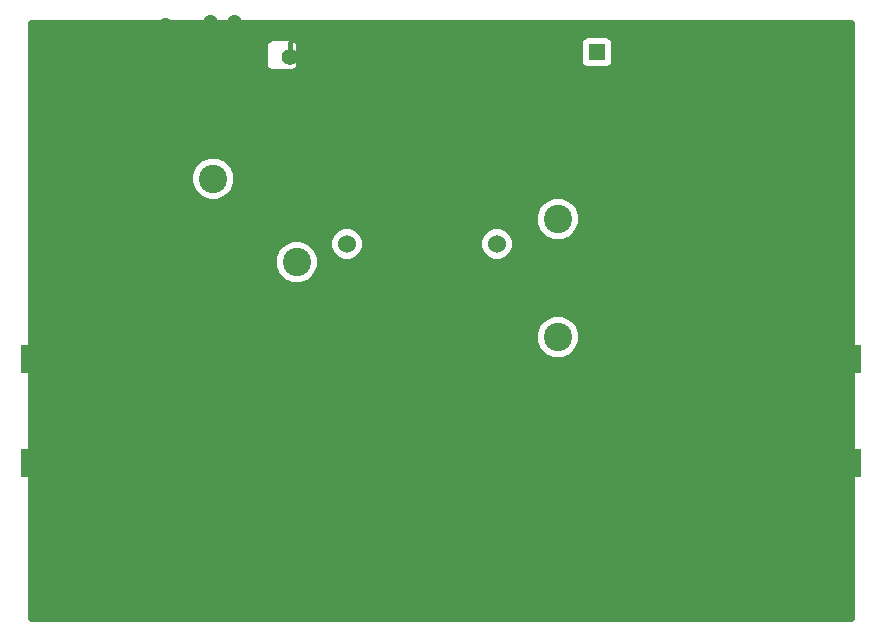
<source format=gbl>
%FSLAX34Y34*%
G04 Gerber Fmt 3.4, Leading zero omitted, Abs format*
G04 (created by PCBNEW (2014-03-13 BZR 4745)-product) date Fri Apr 11 13:45:18 2014*
%MOIN*%
G01*
G70*
G90*
G04 APERTURE LIST*
%ADD10C,0.005906*%
%ADD11R,0.200787X0.094488*%
%ADD12C,0.060000*%
%ADD13C,0.094488*%
%ADD14R,0.055000X0.055000*%
%ADD15C,0.055000*%
%ADD16R,0.137800X0.137800*%
%ADD17C,0.035000*%
%ADD18C,0.050000*%
%ADD19C,0.039370*%
%ADD20C,0.062992*%
%ADD21C,0.015748*%
%ADD22C,0.019685*%
G04 APERTURE END LIST*
G54D10*
G54D11*
X64500Y-33982D03*
X64500Y-30517D03*
X38500Y-33982D03*
X38500Y-30517D03*
G54D12*
X53365Y-26685D03*
X48365Y-26685D03*
G54D13*
X46691Y-27291D03*
X43908Y-24508D03*
X55395Y-29798D03*
X55395Y-25861D03*
G54D14*
X56700Y-20300D03*
G54D15*
X57700Y-20300D03*
G54D16*
X52200Y-23041D03*
X52200Y-20679D03*
X50350Y-21860D03*
G54D14*
X46450Y-22450D03*
G54D15*
X46450Y-21450D03*
X46450Y-20450D03*
G54D14*
X48550Y-22450D03*
G54D15*
X48550Y-21450D03*
X48550Y-20450D03*
G54D17*
X44600Y-19300D03*
X43800Y-19300D03*
X42300Y-19400D03*
X39300Y-23900D03*
X40250Y-30500D03*
X63000Y-34000D03*
X63000Y-30500D03*
X57100Y-21800D03*
X58000Y-21700D03*
X59000Y-21700D03*
X63100Y-20400D03*
X40250Y-34000D03*
G54D18*
X44580Y-19785D02*
X44580Y-19320D01*
X44580Y-19320D02*
X44600Y-19300D01*
X43800Y-19785D02*
X43800Y-19300D01*
X42930Y-19545D02*
X42445Y-19545D01*
X42445Y-19545D02*
X42300Y-19400D01*
G54D19*
X38500Y-30517D02*
X40232Y-30517D01*
X40232Y-30517D02*
X40250Y-30500D01*
X38500Y-33982D02*
X40232Y-33982D01*
X40232Y-33982D02*
X40250Y-34000D01*
X64500Y-33982D02*
X63017Y-33982D01*
X63017Y-33982D02*
X63000Y-34000D01*
X64500Y-30517D02*
X63017Y-30517D01*
X63017Y-30517D02*
X63000Y-30500D01*
G54D20*
X40232Y-33982D02*
X40250Y-34000D01*
G54D21*
X46450Y-20450D02*
X46450Y-19975D01*
X48550Y-20000D02*
X48500Y-19950D01*
X48550Y-20450D02*
X48550Y-20000D01*
G54D10*
G36*
X65185Y-39185D02*
X57270Y-39185D01*
X57270Y-20633D01*
X57270Y-20516D01*
X57270Y-19966D01*
X57225Y-19857D01*
X57142Y-19774D01*
X57033Y-19729D01*
X56916Y-19729D01*
X56366Y-19729D01*
X56257Y-19774D01*
X56174Y-19857D01*
X56129Y-19966D01*
X56129Y-20083D01*
X56129Y-20633D01*
X56174Y-20742D01*
X56257Y-20825D01*
X56366Y-20870D01*
X56483Y-20870D01*
X57033Y-20870D01*
X57142Y-20825D01*
X57225Y-20742D01*
X57270Y-20633D01*
X57270Y-39185D01*
X56162Y-39185D01*
X56162Y-29646D01*
X56162Y-25709D01*
X56046Y-25427D01*
X55830Y-25211D01*
X55548Y-25093D01*
X55242Y-25093D01*
X54960Y-25210D01*
X54744Y-25426D01*
X54627Y-25708D01*
X54627Y-26013D01*
X54743Y-26295D01*
X54959Y-26511D01*
X55241Y-26629D01*
X55547Y-26629D01*
X55829Y-26512D01*
X56045Y-26296D01*
X56162Y-26014D01*
X56162Y-25709D01*
X56162Y-29646D01*
X56046Y-29364D01*
X55830Y-29148D01*
X55548Y-29030D01*
X55242Y-29030D01*
X54960Y-29147D01*
X54744Y-29363D01*
X54627Y-29645D01*
X54627Y-29950D01*
X54743Y-30232D01*
X54959Y-30448D01*
X55241Y-30566D01*
X55547Y-30566D01*
X55829Y-30449D01*
X56045Y-30233D01*
X56162Y-29951D01*
X56162Y-29646D01*
X56162Y-39185D01*
X53960Y-39185D01*
X53960Y-26567D01*
X53869Y-26348D01*
X53702Y-26180D01*
X53483Y-26089D01*
X53247Y-26089D01*
X53028Y-26180D01*
X52860Y-26347D01*
X52769Y-26566D01*
X52769Y-26802D01*
X52860Y-27021D01*
X53027Y-27189D01*
X53246Y-27280D01*
X53482Y-27280D01*
X53701Y-27189D01*
X53869Y-27022D01*
X53960Y-26803D01*
X53960Y-26567D01*
X53960Y-39185D01*
X48960Y-39185D01*
X48960Y-26567D01*
X48869Y-26348D01*
X48702Y-26180D01*
X48483Y-26089D01*
X48247Y-26089D01*
X48028Y-26180D01*
X47860Y-26347D01*
X47769Y-26566D01*
X47769Y-26802D01*
X47860Y-27021D01*
X48027Y-27189D01*
X48246Y-27280D01*
X48482Y-27280D01*
X48701Y-27189D01*
X48869Y-27022D01*
X48960Y-26803D01*
X48960Y-26567D01*
X48960Y-39185D01*
X47459Y-39185D01*
X47459Y-27139D01*
X47343Y-26857D01*
X47127Y-26641D01*
X46845Y-26524D01*
X46770Y-26524D01*
X46770Y-20733D01*
X46770Y-20616D01*
X46770Y-20066D01*
X46725Y-19957D01*
X46642Y-19874D01*
X46533Y-19829D01*
X46416Y-19829D01*
X45866Y-19829D01*
X45757Y-19874D01*
X45674Y-19957D01*
X45629Y-20066D01*
X45629Y-20183D01*
X45629Y-20733D01*
X45674Y-20842D01*
X45757Y-20925D01*
X45866Y-20970D01*
X45983Y-20970D01*
X46533Y-20970D01*
X46642Y-20925D01*
X46725Y-20842D01*
X46770Y-20733D01*
X46770Y-26524D01*
X46539Y-26524D01*
X46257Y-26640D01*
X46041Y-26856D01*
X45924Y-27138D01*
X45924Y-27443D01*
X46040Y-27726D01*
X46256Y-27942D01*
X46538Y-28059D01*
X46843Y-28059D01*
X47126Y-27943D01*
X47342Y-27727D01*
X47459Y-27445D01*
X47459Y-27139D01*
X47459Y-39185D01*
X44675Y-39185D01*
X44675Y-24356D01*
X44559Y-24073D01*
X44343Y-23857D01*
X44061Y-23740D01*
X43756Y-23740D01*
X43473Y-23856D01*
X43257Y-24072D01*
X43140Y-24354D01*
X43140Y-24660D01*
X43256Y-24942D01*
X43472Y-25158D01*
X43754Y-25275D01*
X44060Y-25275D01*
X44342Y-25159D01*
X44558Y-24943D01*
X44675Y-24661D01*
X44675Y-24356D01*
X44675Y-39185D01*
X37814Y-39185D01*
X37814Y-35500D01*
X37814Y-19314D01*
X65185Y-19314D01*
X65185Y-39185D01*
X65185Y-39185D01*
G37*
G54D22*
X65185Y-39185D02*
X57270Y-39185D01*
X57270Y-20633D01*
X57270Y-20516D01*
X57270Y-19966D01*
X57225Y-19857D01*
X57142Y-19774D01*
X57033Y-19729D01*
X56916Y-19729D01*
X56366Y-19729D01*
X56257Y-19774D01*
X56174Y-19857D01*
X56129Y-19966D01*
X56129Y-20083D01*
X56129Y-20633D01*
X56174Y-20742D01*
X56257Y-20825D01*
X56366Y-20870D01*
X56483Y-20870D01*
X57033Y-20870D01*
X57142Y-20825D01*
X57225Y-20742D01*
X57270Y-20633D01*
X57270Y-39185D01*
X56162Y-39185D01*
X56162Y-29646D01*
X56162Y-25709D01*
X56046Y-25427D01*
X55830Y-25211D01*
X55548Y-25093D01*
X55242Y-25093D01*
X54960Y-25210D01*
X54744Y-25426D01*
X54627Y-25708D01*
X54627Y-26013D01*
X54743Y-26295D01*
X54959Y-26511D01*
X55241Y-26629D01*
X55547Y-26629D01*
X55829Y-26512D01*
X56045Y-26296D01*
X56162Y-26014D01*
X56162Y-25709D01*
X56162Y-29646D01*
X56046Y-29364D01*
X55830Y-29148D01*
X55548Y-29030D01*
X55242Y-29030D01*
X54960Y-29147D01*
X54744Y-29363D01*
X54627Y-29645D01*
X54627Y-29950D01*
X54743Y-30232D01*
X54959Y-30448D01*
X55241Y-30566D01*
X55547Y-30566D01*
X55829Y-30449D01*
X56045Y-30233D01*
X56162Y-29951D01*
X56162Y-29646D01*
X56162Y-39185D01*
X53960Y-39185D01*
X53960Y-26567D01*
X53869Y-26348D01*
X53702Y-26180D01*
X53483Y-26089D01*
X53247Y-26089D01*
X53028Y-26180D01*
X52860Y-26347D01*
X52769Y-26566D01*
X52769Y-26802D01*
X52860Y-27021D01*
X53027Y-27189D01*
X53246Y-27280D01*
X53482Y-27280D01*
X53701Y-27189D01*
X53869Y-27022D01*
X53960Y-26803D01*
X53960Y-26567D01*
X53960Y-39185D01*
X48960Y-39185D01*
X48960Y-26567D01*
X48869Y-26348D01*
X48702Y-26180D01*
X48483Y-26089D01*
X48247Y-26089D01*
X48028Y-26180D01*
X47860Y-26347D01*
X47769Y-26566D01*
X47769Y-26802D01*
X47860Y-27021D01*
X48027Y-27189D01*
X48246Y-27280D01*
X48482Y-27280D01*
X48701Y-27189D01*
X48869Y-27022D01*
X48960Y-26803D01*
X48960Y-26567D01*
X48960Y-39185D01*
X47459Y-39185D01*
X47459Y-27139D01*
X47343Y-26857D01*
X47127Y-26641D01*
X46845Y-26524D01*
X46770Y-26524D01*
X46770Y-20733D01*
X46770Y-20616D01*
X46770Y-20066D01*
X46725Y-19957D01*
X46642Y-19874D01*
X46533Y-19829D01*
X46416Y-19829D01*
X45866Y-19829D01*
X45757Y-19874D01*
X45674Y-19957D01*
X45629Y-20066D01*
X45629Y-20183D01*
X45629Y-20733D01*
X45674Y-20842D01*
X45757Y-20925D01*
X45866Y-20970D01*
X45983Y-20970D01*
X46533Y-20970D01*
X46642Y-20925D01*
X46725Y-20842D01*
X46770Y-20733D01*
X46770Y-26524D01*
X46539Y-26524D01*
X46257Y-26640D01*
X46041Y-26856D01*
X45924Y-27138D01*
X45924Y-27443D01*
X46040Y-27726D01*
X46256Y-27942D01*
X46538Y-28059D01*
X46843Y-28059D01*
X47126Y-27943D01*
X47342Y-27727D01*
X47459Y-27445D01*
X47459Y-27139D01*
X47459Y-39185D01*
X44675Y-39185D01*
X44675Y-24356D01*
X44559Y-24073D01*
X44343Y-23857D01*
X44061Y-23740D01*
X43756Y-23740D01*
X43473Y-23856D01*
X43257Y-24072D01*
X43140Y-24354D01*
X43140Y-24660D01*
X43256Y-24942D01*
X43472Y-25158D01*
X43754Y-25275D01*
X44060Y-25275D01*
X44342Y-25159D01*
X44558Y-24943D01*
X44675Y-24661D01*
X44675Y-24356D01*
X44675Y-39185D01*
X37814Y-39185D01*
X37814Y-35500D01*
X37814Y-19314D01*
X65185Y-19314D01*
X65185Y-39185D01*
M02*

</source>
